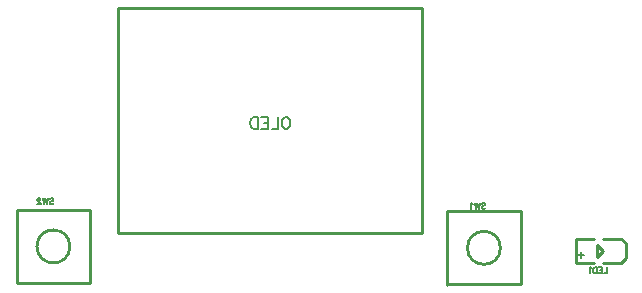
<source format=gbo>
G04 Layer: BottomSilkscreenLayer*
G04 EasyEDA v6.5.48, 2025-03-08 17:20:47*
G04 63e6e59633d6499fb326ce5c2c9b2855,b9277fd2045942759ab1a28cc0c323af,10*
G04 Gerber Generator version 0.2*
G04 Scale: 100 percent, Rotated: No, Reflected: No *
G04 Dimensions in millimeters *
G04 leading zeros omitted , absolute positions ,4 integer and 5 decimal *
%FSLAX45Y45*%
%MOMM*%

%ADD10C,0.2032*%
%ADD11C,0.1524*%
%ADD12C,0.2540*%
%ADD13C,0.1500*%

%LPD*%
D10*
X4913028Y6539809D02*
G01*
X4922118Y6535262D01*
X4931209Y6526171D01*
X4935753Y6517081D01*
X4940300Y6503446D01*
X4940300Y6480718D01*
X4935753Y6467081D01*
X4931209Y6457990D01*
X4922118Y6448899D01*
X4913028Y6444353D01*
X4894846Y6444353D01*
X4885753Y6448899D01*
X4876662Y6457990D01*
X4872118Y6467081D01*
X4867572Y6480718D01*
X4867572Y6503446D01*
X4872118Y6517081D01*
X4876662Y6526171D01*
X4885753Y6535262D01*
X4894846Y6539809D01*
X4913028Y6539809D01*
X4837572Y6539809D02*
G01*
X4837572Y6444353D01*
X4837572Y6444353D02*
G01*
X4783028Y6444353D01*
X4753028Y6539809D02*
G01*
X4753028Y6444353D01*
X4753028Y6539809D02*
G01*
X4693937Y6539809D01*
X4753028Y6494353D02*
G01*
X4716663Y6494353D01*
X4753028Y6444353D02*
G01*
X4693937Y6444353D01*
X4663937Y6539809D02*
G01*
X4663937Y6444353D01*
X4663937Y6539809D02*
G01*
X4632119Y6539809D01*
X4618481Y6535262D01*
X4609391Y6526171D01*
X4604847Y6517081D01*
X4600300Y6503446D01*
X4600300Y6480718D01*
X4604847Y6467081D01*
X4609391Y6457990D01*
X4618481Y6448899D01*
X4632119Y6444353D01*
X4663937Y6444353D01*
D11*
X6559481Y5809437D02*
G01*
X6564028Y5813981D01*
X6570845Y5816254D01*
X6579936Y5816254D01*
X6586753Y5813981D01*
X6591300Y5809437D01*
X6591300Y5804890D01*
X6589026Y5800346D01*
X6586753Y5798073D01*
X6582209Y5795799D01*
X6568572Y5791253D01*
X6564028Y5788982D01*
X6561754Y5786709D01*
X6559481Y5782162D01*
X6559481Y5775345D01*
X6564028Y5770798D01*
X6570845Y5768527D01*
X6579936Y5768527D01*
X6586753Y5770798D01*
X6591300Y5775345D01*
X6544482Y5816254D02*
G01*
X6533118Y5768527D01*
X6521754Y5816254D02*
G01*
X6533118Y5768527D01*
X6521754Y5816254D02*
G01*
X6510390Y5768527D01*
X6499026Y5816254D02*
G01*
X6510390Y5768527D01*
X6484028Y5807163D02*
G01*
X6479481Y5809437D01*
X6472664Y5816254D01*
X6472664Y5768527D01*
X2901881Y5847537D02*
G01*
X2906428Y5852081D01*
X2913245Y5854354D01*
X2922336Y5854354D01*
X2929153Y5852081D01*
X2933700Y5847537D01*
X2933700Y5842990D01*
X2931426Y5838446D01*
X2929153Y5836173D01*
X2924609Y5833899D01*
X2910972Y5829353D01*
X2906428Y5827082D01*
X2904154Y5824809D01*
X2901881Y5820262D01*
X2901881Y5813445D01*
X2906428Y5808898D01*
X2913245Y5806627D01*
X2922336Y5806627D01*
X2929153Y5808898D01*
X2933700Y5813445D01*
X2886882Y5854354D02*
G01*
X2875518Y5806627D01*
X2864154Y5854354D02*
G01*
X2875518Y5806627D01*
X2864154Y5854354D02*
G01*
X2852790Y5806627D01*
X2841426Y5854354D02*
G01*
X2852790Y5806627D01*
X2824154Y5842990D02*
G01*
X2824154Y5845263D01*
X2821881Y5849807D01*
X2819608Y5852081D01*
X2815064Y5854354D01*
X2805973Y5854354D01*
X2801426Y5852081D01*
X2799153Y5849807D01*
X2796882Y5845263D01*
X2796882Y5840717D01*
X2799153Y5836173D01*
X2803700Y5829353D01*
X2826428Y5806627D01*
X2794609Y5806627D01*
X7619872Y5270119D02*
G01*
X7619872Y5222367D01*
X7619872Y5222367D02*
G01*
X7592695Y5222367D01*
X7577709Y5270119D02*
G01*
X7577709Y5222367D01*
X7577709Y5270119D02*
G01*
X7548245Y5270119D01*
X7577709Y5247512D02*
G01*
X7559420Y5247512D01*
X7577709Y5222367D02*
G01*
X7548245Y5222367D01*
X7533259Y5270119D02*
G01*
X7533259Y5222367D01*
X7533259Y5270119D02*
G01*
X7517256Y5270119D01*
X7510399Y5267832D01*
X7505827Y5263261D01*
X7503540Y5258688D01*
X7501254Y5252085D01*
X7501254Y5240654D01*
X7503540Y5233796D01*
X7505827Y5229225D01*
X7510399Y5224653D01*
X7517256Y5222367D01*
X7533259Y5222367D01*
X7486268Y5260975D02*
G01*
X7481697Y5263261D01*
X7475093Y5270119D01*
X7475093Y5222367D01*
D12*
X3479800Y5562600D02*
G01*
X3479800Y7467600D01*
X6057900Y7467600D01*
X6057900Y5562600D01*
X3479800Y5562600D01*
D13*
X7404100Y5397500D02*
G01*
X7404100Y5346700D01*
X7378700Y5372100D02*
G01*
X7429500Y5372100D01*
D12*
X6888606Y5745606D02*
G01*
X6268593Y5745606D01*
X6268465Y5125465D02*
G01*
X6268465Y5745479D01*
X6268593Y5125593D02*
G01*
X6888606Y5125593D01*
X6888606Y5745606D02*
G01*
X6888606Y5125593D01*
X3243706Y5758306D02*
G01*
X2623693Y5758306D01*
X2623565Y5138165D02*
G01*
X2623565Y5758179D01*
X2623693Y5138293D02*
G01*
X3243706Y5138293D01*
X3243706Y5758306D02*
G01*
X3243706Y5138293D01*
X7536500Y5460199D02*
G01*
X7576499Y5420199D01*
X7586499Y5410200D01*
X7576499Y5400174D01*
X7536500Y5360174D01*
X7536500Y5460199D02*
G01*
X7536500Y5360174D01*
X7512177Y5308472D02*
G01*
X7357236Y5308472D01*
X7357236Y5511672D01*
X7512177Y5511672D01*
X7590916Y5305932D02*
G01*
X7738236Y5305932D01*
X7778877Y5346572D01*
X7778877Y5473572D01*
X7740777Y5511672D01*
X7588377Y5511672D01*
G75*
G01
X6718300Y5435600D02*
G03X6718300Y5435600I-139700J0D01*
G75*
G01
X3073400Y5448300D02*
G03X3073400Y5448300I-139700J0D01*
M02*

</source>
